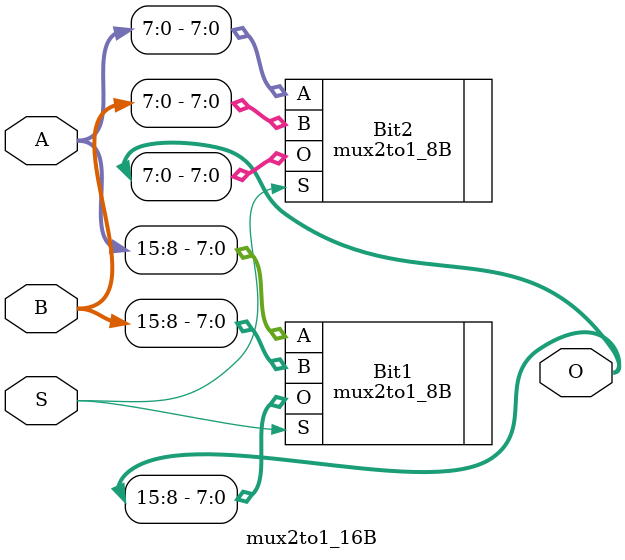
<source format=v>
module mux2to1_16B(S, A,B, O);
	input S;
	input [15:0] A,B;
	output [15:0] O;
	mux2to1_8B Bit1(.S(S), .A(A[15:8]),.B(B[15:8]),.O(O[15:8]));
	mux2to1_8B Bit2(.S(S), .A(A[7:0]),.B(B[7:0]),.O(O[7:0]));
endmodule

</source>
